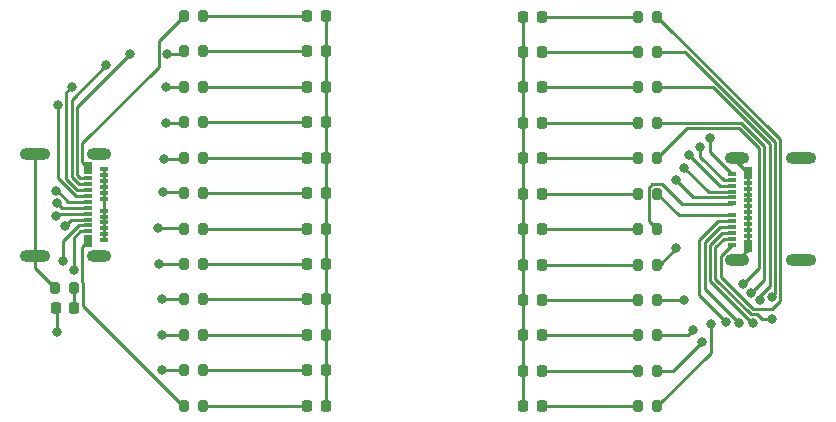
<source format=gbr>
%TF.GenerationSoftware,KiCad,Pcbnew,7.0.10*%
%TF.CreationDate,2024-01-25T20:05:25+00:00*%
%TF.ProjectId,USB-tester,5553422d-7465-4737-9465-722e6b696361,rev?*%
%TF.SameCoordinates,Original*%
%TF.FileFunction,Copper,L1,Top*%
%TF.FilePolarity,Positive*%
%FSLAX46Y46*%
G04 Gerber Fmt 4.6, Leading zero omitted, Abs format (unit mm)*
G04 Created by KiCad (PCBNEW 7.0.10) date 2024-01-25 20:05:25*
%MOMM*%
%LPD*%
G01*
G04 APERTURE LIST*
G04 Aperture macros list*
%AMRoundRect*
0 Rectangle with rounded corners*
0 $1 Rounding radius*
0 $2 $3 $4 $5 $6 $7 $8 $9 X,Y pos of 4 corners*
0 Add a 4 corners polygon primitive as box body*
4,1,4,$2,$3,$4,$5,$6,$7,$8,$9,$2,$3,0*
0 Add four circle primitives for the rounded corners*
1,1,$1+$1,$2,$3*
1,1,$1+$1,$4,$5*
1,1,$1+$1,$6,$7*
1,1,$1+$1,$8,$9*
0 Add four rect primitives between the rounded corners*
20,1,$1+$1,$2,$3,$4,$5,0*
20,1,$1+$1,$4,$5,$6,$7,0*
20,1,$1+$1,$6,$7,$8,$9,0*
20,1,$1+$1,$8,$9,$2,$3,0*%
G04 Aperture macros list end*
%TA.AperFunction,SMDPad,CuDef*%
%ADD10RoundRect,0.200000X0.200000X0.275000X-0.200000X0.275000X-0.200000X-0.275000X0.200000X-0.275000X0*%
%TD*%
%TA.AperFunction,SMDPad,CuDef*%
%ADD11RoundRect,0.218750X0.218750X0.256250X-0.218750X0.256250X-0.218750X-0.256250X0.218750X-0.256250X0*%
%TD*%
%TA.AperFunction,SMDPad,CuDef*%
%ADD12RoundRect,0.200000X-0.200000X-0.275000X0.200000X-0.275000X0.200000X0.275000X-0.200000X0.275000X0*%
%TD*%
%TA.AperFunction,SMDPad,CuDef*%
%ADD13RoundRect,0.218750X-0.218750X-0.256250X0.218750X-0.256250X0.218750X0.256250X-0.218750X0.256250X0*%
%TD*%
%TA.AperFunction,ComponentPad*%
%ADD14O,2.100000X1.000000*%
%TD*%
%TA.AperFunction,ComponentPad*%
%ADD15O,2.600000X1.000000*%
%TD*%
%TA.AperFunction,SMDPad,CuDef*%
%ADD16R,0.800000X0.300000*%
%TD*%
%TA.AperFunction,SMDPad,CuDef*%
%ADD17R,0.700000X1.000000*%
%TD*%
%TA.AperFunction,SMDPad,CuDef*%
%ADD18R,0.700000X0.300000*%
%TD*%
%TA.AperFunction,ViaPad*%
%ADD19C,0.800000*%
%TD*%
%TA.AperFunction,Conductor*%
%ADD20C,0.250000*%
%TD*%
G04 APERTURE END LIST*
D10*
%TO.P,R9,1*%
%TO.N,Net-(B9-A)*%
X148373600Y-94107800D03*
%TO.P,R9,2*%
%TO.N,B9_A*%
X146723600Y-94107800D03*
%TD*%
D11*
%TO.P,B2,2,A*%
%TO.N,Net-(B2-A)*%
X157174900Y-115110000D03*
%TO.P,B2,1,K*%
%TO.N,Net-(A1-K)*%
X158749900Y-115110000D03*
%TD*%
D10*
%TO.P,R6,1*%
%TO.N,Net-(B6-A)*%
X148373600Y-103107800D03*
%TO.P,R6,2*%
%TO.N,B6_A*%
X146723600Y-103107800D03*
%TD*%
D11*
%TO.P,B8,2,A*%
%TO.N,Net-(B8-A)*%
X157174900Y-97110000D03*
%TO.P,B8,1,K*%
%TO.N,Net-(A1-K)*%
X158749900Y-97110000D03*
%TD*%
D12*
%TO.P,R19,1*%
%TO.N,Net-(A7-A)*%
X185153800Y-103158900D03*
%TO.P,R19,2*%
%TO.N,A7_B*%
X186803800Y-103158900D03*
%TD*%
D13*
%TO.P,A4,1,K*%
%TO.N,Net-(A1-K)*%
X175463000Y-94161200D03*
%TO.P,A4,2,A*%
%TO.N,Net-(A4-A)*%
X177038000Y-94161200D03*
%TD*%
D10*
%TO.P,R3,1*%
%TO.N,Net-(B3-A)*%
X148373500Y-112107800D03*
%TO.P,R3,2*%
%TO.N,B3_A*%
X146723500Y-112107800D03*
%TD*%
%TO.P,R7,1*%
%TO.N,Net-(B7-A)*%
X148373600Y-100107800D03*
%TO.P,R7,2*%
%TO.N,B7_A*%
X146723600Y-100107800D03*
%TD*%
D13*
%TO.P,A10,2,A*%
%TO.N,Net-(A10-A)*%
X177038100Y-112161200D03*
%TO.P,A10,1,K*%
%TO.N,Net-(A1-K)*%
X175463100Y-112161200D03*
%TD*%
%TO.P,A9,1,K*%
%TO.N,Net-(A1-K)*%
X175463000Y-109161200D03*
%TO.P,A9,2,A*%
%TO.N,Net-(A9-A)*%
X177038000Y-109161200D03*
%TD*%
D14*
%TO.P,USBC1,0,0*%
%TO.N,SHELL_A*%
X139497900Y-96772000D03*
D15*
X134137900Y-96772000D03*
D14*
X139497900Y-105412000D03*
D15*
X134137900Y-105412000D03*
D16*
%TO.P,USBC1,A1,GND*%
%TO.N,A10_A*%
X139957900Y-98092000D03*
%TO.P,USBC1,A2,TX1+*%
X139957900Y-98592000D03*
%TO.P,USBC1,A3,TX1-*%
X139957900Y-99092000D03*
%TO.P,USBC1,A4,VBUS*%
X139957900Y-99592000D03*
%TO.P,USBC1,A5,CC1*%
X139957900Y-100092000D03*
%TO.P,USBC1,A6,D+*%
X139957900Y-100592000D03*
%TO.P,USBC1,A7,D-*%
X139957900Y-101592000D03*
%TO.P,USBC1,A8,SBU1*%
X139957900Y-102092000D03*
%TO.P,USBC1,A9,VBUS*%
X139957900Y-102592000D03*
%TO.P,USBC1,A10,RX2-*%
X139957900Y-103092000D03*
%TO.P,USBC1,A11,RX2+*%
X139957900Y-103592000D03*
%TO.P,USBC1,A12,GND*%
X139957900Y-104092000D03*
D17*
%TO.P,USBC1,B1,GND*%
%TO.N,B1_A*%
X138607900Y-104192000D03*
D18*
%TO.P,USBC1,B2,TX2+*%
%TO.N,B2_A*%
X138607900Y-103342000D03*
%TO.P,USBC1,B3,TX2-*%
%TO.N,B3_A*%
X138607900Y-102842000D03*
%TO.P,USBC1,B4,VBUS*%
%TO.N,B4_A*%
X138607900Y-102342000D03*
%TO.P,USBC1,B5,CC2*%
%TO.N,B5_A*%
X138607900Y-101842000D03*
%TO.P,USBC1,B6,D+*%
%TO.N,B6_A*%
X138607900Y-101342000D03*
%TO.P,USBC1,B7,D-*%
%TO.N,B7_A*%
X138607900Y-100842000D03*
%TO.P,USBC1,B8,SBU2*%
%TO.N,B8_A*%
X138607900Y-100342000D03*
%TO.P,USBC1,B9,VBUS*%
%TO.N,B9_A*%
X138607900Y-99842000D03*
%TO.P,USBC1,B10,RX1-*%
%TO.N,B10_A*%
X138607900Y-99342000D03*
%TO.P,USBC1,B11,RX1+*%
%TO.N,B11_A*%
X138607900Y-98842000D03*
D17*
%TO.P,USBC1,B12,GND*%
%TO.N,B12_A*%
X138607900Y-97992000D03*
%TD*%
D10*
%TO.P,R11,1*%
%TO.N,Net-(B11-A)*%
X148373600Y-88107800D03*
%TO.P,R11,2*%
%TO.N,B11_A*%
X146723600Y-88107800D03*
%TD*%
D11*
%TO.P,B12,2,A*%
%TO.N,Net-(B12-A)*%
X157175000Y-85110000D03*
%TO.P,B12,1,K*%
%TO.N,Net-(A1-K)*%
X158750000Y-85110000D03*
%TD*%
D13*
%TO.P,A2,1,K*%
%TO.N,Net-(A1-K)*%
X175463100Y-88161200D03*
%TO.P,A2,2,A*%
%TO.N,Net-(A2-A)*%
X177038100Y-88161200D03*
%TD*%
D12*
%TO.P,R15,1*%
%TO.N,Net-(A3-A)*%
X185153900Y-91158900D03*
%TO.P,R15,2*%
%TO.N,A3_B*%
X186803900Y-91158900D03*
%TD*%
D11*
%TO.P,B1,2,A*%
%TO.N,Net-(B1-A)*%
X157175000Y-118110000D03*
%TO.P,B1,1,K*%
%TO.N,Net-(A1-K)*%
X158750000Y-118110000D03*
%TD*%
D10*
%TO.P,R10,1*%
%TO.N,Net-(B10-A)*%
X148373600Y-91107800D03*
%TO.P,R10,2*%
%TO.N,B10_A*%
X146723600Y-91107800D03*
%TD*%
D12*
%TO.P,R24,1*%
%TO.N,Net-(A12-A)*%
X185153800Y-118158900D03*
%TO.P,R24,2*%
%TO.N,A12_B*%
X186803800Y-118158900D03*
%TD*%
D13*
%TO.P,A3,1,K*%
%TO.N,Net-(A1-K)*%
X175463000Y-91161200D03*
%TO.P,A3,2,A*%
%TO.N,Net-(A3-A)*%
X177038000Y-91161200D03*
%TD*%
D11*
%TO.P,B6,2,A*%
%TO.N,Net-(B6-A)*%
X157175000Y-103110000D03*
%TO.P,B6,1,K*%
%TO.N,Net-(A1-K)*%
X158750000Y-103110000D03*
%TD*%
D10*
%TO.P,R2,1*%
%TO.N,Net-(B2-A)*%
X148373600Y-115107800D03*
%TO.P,R2,2*%
%TO.N,B2_A*%
X146723600Y-115107800D03*
%TD*%
D12*
%TO.P,R13,1*%
%TO.N,Net-(A1-A)*%
X185153800Y-85158900D03*
%TO.P,R13,2*%
%TO.N,A1_B*%
X186803800Y-85158900D03*
%TD*%
%TO.P,R14,1*%
%TO.N,Net-(A2-A)*%
X185153800Y-88158900D03*
%TO.P,R14,2*%
%TO.N,A2_B*%
X186803800Y-88158900D03*
%TD*%
D10*
%TO.P,R8,1*%
%TO.N,Net-(B8-A)*%
X148373600Y-97107800D03*
%TO.P,R8,2*%
%TO.N,B8_A*%
X146723600Y-97107800D03*
%TD*%
D11*
%TO.P,B5,2,A*%
%TO.N,Net-(B5-A)*%
X157175000Y-106110000D03*
%TO.P,B5,1,K*%
%TO.N,Net-(A1-K)*%
X158750000Y-106110000D03*
%TD*%
D10*
%TO.P,R25,2*%
%TO.N,SHELL_A*%
X135801500Y-108153200D03*
%TO.P,R25,1*%
%TO.N,Net-(D25-A)*%
X137451500Y-108153200D03*
%TD*%
D13*
%TO.P,A1,2,A*%
%TO.N,Net-(A1-A)*%
X177038100Y-85161200D03*
%TO.P,A1,1,K*%
%TO.N,Net-(A1-K)*%
X175463100Y-85161200D03*
%TD*%
D12*
%TO.P,R21,1*%
%TO.N,Net-(A9-A)*%
X185153900Y-109158900D03*
%TO.P,R21,2*%
%TO.N,A9_B*%
X186803900Y-109158900D03*
%TD*%
D13*
%TO.P,A7,1,K*%
%TO.N,Net-(A1-K)*%
X175463000Y-103161200D03*
%TO.P,A7,2,A*%
%TO.N,Net-(A7-A)*%
X177038000Y-103161200D03*
%TD*%
D12*
%TO.P,R16,1*%
%TO.N,Net-(A4-A)*%
X185153900Y-94158900D03*
%TO.P,R16,2*%
%TO.N,A4_B*%
X186803900Y-94158900D03*
%TD*%
%TO.P,R17,1*%
%TO.N,Net-(A5-A)*%
X185153900Y-97158900D03*
%TO.P,R17,2*%
%TO.N,A5_B*%
X186803900Y-97158900D03*
%TD*%
D11*
%TO.P,B10,2,A*%
%TO.N,Net-(B10-A)*%
X157175000Y-91110000D03*
%TO.P,B10,1,K*%
%TO.N,Net-(A1-K)*%
X158750000Y-91110000D03*
%TD*%
%TO.P,B9,2,A*%
%TO.N,Net-(B9-A)*%
X157175000Y-94110000D03*
%TO.P,B9,1,K*%
%TO.N,Net-(A1-K)*%
X158750000Y-94110000D03*
%TD*%
D10*
%TO.P,R4,1*%
%TO.N,Net-(B4-A)*%
X148373600Y-109107800D03*
%TO.P,R4,2*%
%TO.N,B4_A*%
X146723600Y-109107800D03*
%TD*%
D13*
%TO.P,A11,1,K*%
%TO.N,Net-(A1-K)*%
X175463000Y-115161200D03*
%TO.P,A11,2,A*%
%TO.N,Net-(A11-A)*%
X177038000Y-115161200D03*
%TD*%
D14*
%TO.P,USBC2,0,0*%
%TO.N,A10_A*%
X193572400Y-105798400D03*
D15*
X198932400Y-105798400D03*
D14*
X193572400Y-97158400D03*
D15*
X198932400Y-97158400D03*
D16*
%TO.P,USBC2,A1,GND*%
%TO.N,A1_B*%
X193112400Y-104478400D03*
%TO.P,USBC2,A2,TX1+*%
%TO.N,A2_B*%
X193112400Y-103978400D03*
%TO.P,USBC2,A3,TX1-*%
%TO.N,A3_B*%
X193112400Y-103478400D03*
%TO.P,USBC2,A4,VBUS*%
%TO.N,A4_B*%
X193112400Y-102978400D03*
%TO.P,USBC2,A5,CC1*%
%TO.N,A5_B*%
X193112400Y-102478400D03*
%TO.P,USBC2,A6,D+*%
%TO.N,A6_B*%
X193112400Y-101978400D03*
%TO.P,USBC2,A7,D-*%
%TO.N,A7_B*%
X193112400Y-100978400D03*
%TO.P,USBC2,A8,SBU1*%
%TO.N,A8_B*%
X193112400Y-100478400D03*
%TO.P,USBC2,A9,VBUS*%
%TO.N,A9_B*%
X193112400Y-99978400D03*
%TO.P,USBC2,A10,RX2-*%
%TO.N,A10_B*%
X193112400Y-99478400D03*
%TO.P,USBC2,A11,RX2+*%
%TO.N,A11_B*%
X193112400Y-98978400D03*
%TO.P,USBC2,A12,GND*%
%TO.N,A12_B*%
X193112400Y-98478400D03*
D17*
%TO.P,USBC2,B1,GND*%
%TO.N,A10_A*%
X194462400Y-98378400D03*
D18*
%TO.P,USBC2,B2,TX2+*%
X194462400Y-99228400D03*
%TO.P,USBC2,B3,TX2-*%
X194462400Y-99728400D03*
%TO.P,USBC2,B4,VBUS*%
X194462400Y-100228400D03*
%TO.P,USBC2,B5,CC2*%
X194462400Y-100728400D03*
%TO.P,USBC2,B6,D+*%
X194462400Y-101228400D03*
%TO.P,USBC2,B7,D-*%
X194462400Y-101728400D03*
%TO.P,USBC2,B8,SBU2*%
X194462400Y-102228400D03*
%TO.P,USBC2,B9,VBUS*%
X194462400Y-102728400D03*
%TO.P,USBC2,B10,RX1-*%
X194462400Y-103228400D03*
%TO.P,USBC2,B11,RX1+*%
X194462400Y-103728400D03*
D17*
%TO.P,USBC2,B12,GND*%
X194462400Y-104578400D03*
%TD*%
D12*
%TO.P,R18,1*%
%TO.N,Net-(A6-A)*%
X185153900Y-100158900D03*
%TO.P,R18,2*%
%TO.N,A6_B*%
X186803900Y-100158900D03*
%TD*%
D13*
%TO.P,A6,1,K*%
%TO.N,Net-(A1-K)*%
X175463000Y-100161200D03*
%TO.P,A6,2,A*%
%TO.N,Net-(A6-A)*%
X177038000Y-100161200D03*
%TD*%
%TO.P,A12,1,K*%
%TO.N,Net-(A1-K)*%
X175463100Y-118161200D03*
%TO.P,A12,2,A*%
%TO.N,Net-(A12-A)*%
X177038100Y-118161200D03*
%TD*%
D10*
%TO.P,R12,1*%
%TO.N,Net-(B12-A)*%
X148373600Y-85107800D03*
%TO.P,R12,2*%
%TO.N,B12_A*%
X146723600Y-85107800D03*
%TD*%
D12*
%TO.P,R20,1*%
%TO.N,Net-(A8-A)*%
X185153900Y-106158900D03*
%TO.P,R20,2*%
%TO.N,A8_B*%
X186803900Y-106158900D03*
%TD*%
D11*
%TO.P,B11,2,A*%
%TO.N,Net-(B11-A)*%
X157175000Y-88110000D03*
%TO.P,B11,1,K*%
%TO.N,Net-(A1-K)*%
X158750000Y-88110000D03*
%TD*%
%TO.P,B3,2,A*%
%TO.N,Net-(B3-A)*%
X157175000Y-112110000D03*
%TO.P,B3,1,K*%
%TO.N,Net-(A1-K)*%
X158750000Y-112110000D03*
%TD*%
D13*
%TO.P,A5,1,K*%
%TO.N,Net-(A1-K)*%
X175463000Y-97161200D03*
%TO.P,A5,2,A*%
%TO.N,Net-(A5-A)*%
X177038000Y-97161200D03*
%TD*%
%TO.P,A8,1,K*%
%TO.N,Net-(A1-K)*%
X175463000Y-106161200D03*
%TO.P,A8,2,A*%
%TO.N,Net-(A8-A)*%
X177038000Y-106161200D03*
%TD*%
D10*
%TO.P,R1,1*%
%TO.N,Net-(B1-A)*%
X148373600Y-118107700D03*
%TO.P,R1,2*%
%TO.N,B1_A*%
X146723600Y-118107700D03*
%TD*%
D11*
%TO.P,B4,2,A*%
%TO.N,Net-(B4-A)*%
X157175000Y-109110000D03*
%TO.P,B4,1,K*%
%TO.N,Net-(A1-K)*%
X158750000Y-109110000D03*
%TD*%
D12*
%TO.P,R23,1*%
%TO.N,Net-(A11-A)*%
X185153800Y-115158900D03*
%TO.P,R23,2*%
%TO.N,A11_B*%
X186803800Y-115158900D03*
%TD*%
%TO.P,R22,1*%
%TO.N,Net-(A10-A)*%
X185153900Y-112158900D03*
%TO.P,R22,2*%
%TO.N,A10_B*%
X186803900Y-112158900D03*
%TD*%
D11*
%TO.P,B7,2,A*%
%TO.N,Net-(B7-A)*%
X157175000Y-100110000D03*
%TO.P,B7,1,K*%
%TO.N,Net-(A1-K)*%
X158750000Y-100110000D03*
%TD*%
D13*
%TO.P,D25,2,A*%
%TO.N,Net-(D25-A)*%
X137439400Y-109855000D03*
%TO.P,D25,1,K*%
%TO.N,Net-(A1-K)*%
X135864400Y-109855000D03*
%TD*%
D10*
%TO.P,R5,1*%
%TO.N,Net-(B5-A)*%
X148373500Y-106107800D03*
%TO.P,R5,2*%
%TO.N,B5_A*%
X146723500Y-106107800D03*
%TD*%
D19*
%TO.N,Net-(A1-K)*%
X135940800Y-111861600D03*
%TO.N,B7_A*%
X144932400Y-99974400D03*
X135889571Y-99970216D03*
%TO.N,B6_A*%
X144551400Y-103073200D03*
X135991600Y-100965000D03*
%TO.N,B5_A*%
X144602200Y-106121200D03*
X135915400Y-102006400D03*
%TO.N,B4_A*%
X136652000Y-102895400D03*
X144881600Y-109042200D03*
%TO.N,B3_A*%
X144830800Y-112115600D03*
X136525000Y-105841800D03*
%TO.N,B2_A*%
X144856200Y-115062000D03*
X137388600Y-106629200D03*
%TO.N,B8_A*%
X145059400Y-97205800D03*
X136047900Y-92608400D03*
%TO.N,B9_A*%
X145211800Y-94132400D03*
X137210800Y-91135200D03*
%TO.N,B10_A*%
X145186400Y-91135200D03*
X140127147Y-89301747D03*
%TO.N,B11_A*%
X145313400Y-88315800D03*
X142138400Y-88315800D03*
%TO.N,A8_B*%
X188378000Y-99009200D03*
X188378000Y-104775000D03*
%TO.N,A9_B*%
X189103000Y-97942400D03*
X189103000Y-109143800D03*
%TO.N,A10_B*%
X189509400Y-96901000D03*
X189837400Y-111683800D03*
%TO.N,A11_B*%
X190449200Y-96215200D03*
X190576200Y-112725200D03*
%TO.N,A12_B*%
X191287400Y-95478600D03*
X191312800Y-111175800D03*
%TO.N,A5_B*%
X192628947Y-111028053D03*
X194056000Y-107797600D03*
%TO.N,A4_B*%
X193751200Y-111125000D03*
X194719256Y-108582689D03*
%TO.N,A3_B*%
X195529200Y-109169200D03*
X194945000Y-111099600D03*
%TO.N,A2_B*%
X196480600Y-110783200D03*
X196480600Y-108864400D03*
%TD*%
D20*
%TO.N,Net-(A1-K)*%
X135940800Y-111861600D02*
X135940800Y-109931400D01*
X135940800Y-109931400D02*
X135864400Y-109855000D01*
%TO.N,B1_A*%
X138607900Y-104192000D02*
X138122900Y-104677000D01*
X138122900Y-107601596D02*
X138201900Y-107680596D01*
X138122900Y-104677000D02*
X138122900Y-107601596D01*
X138201900Y-107680596D02*
X138201900Y-109626900D01*
X138201900Y-109626900D02*
X146682700Y-118107700D01*
X146682700Y-118107700D02*
X146723600Y-118107700D01*
%TO.N,A10_A*%
X139957900Y-98092000D02*
X139957900Y-104092000D01*
%TO.N,SHELL_A*%
X134137900Y-96772000D02*
X134137900Y-105412000D01*
X134137900Y-105412000D02*
X134137900Y-106489600D01*
X134137900Y-106489600D02*
X135801500Y-108153200D01*
%TO.N,B7_A*%
X138607900Y-100842000D02*
X136893905Y-100842000D01*
X136022121Y-99970216D02*
X135889571Y-99970216D01*
X136893905Y-100842000D02*
X136022121Y-99970216D01*
X144932400Y-99974400D02*
X146590200Y-99974400D01*
X146590200Y-99974400D02*
X146723600Y-100107800D01*
%TO.N,B6_A*%
X138607900Y-101342000D02*
X136368600Y-101342000D01*
X136368600Y-101342000D02*
X135991600Y-100965000D01*
X144551400Y-103073200D02*
X146689000Y-103073200D01*
X146689000Y-103073200D02*
X146723600Y-103107800D01*
%TO.N,B5_A*%
X144602200Y-106121200D02*
X146710100Y-106121200D01*
X136079800Y-101842000D02*
X135915400Y-102006400D01*
X138607900Y-101842000D02*
X136079800Y-101842000D01*
X146710100Y-106121200D02*
X146723500Y-106107800D01*
%TO.N,B4_A*%
X144881600Y-109042200D02*
X146658000Y-109042200D01*
X146658000Y-109042200D02*
X146723600Y-109107800D01*
X138607900Y-102342000D02*
X137205400Y-102342000D01*
X137205400Y-102342000D02*
X136652000Y-102895400D01*
%TO.N,B3_A*%
X144830800Y-112115600D02*
X146715700Y-112115600D01*
X146715700Y-112115600D02*
X146723500Y-112107800D01*
X136525000Y-105841800D02*
X136525000Y-104138504D01*
X136525000Y-104138504D02*
X137821504Y-102842000D01*
X137821504Y-102842000D02*
X138607900Y-102842000D01*
%TO.N,B2_A*%
X138607900Y-103342000D02*
X137957900Y-103342000D01*
X137957900Y-103342000D02*
X137388600Y-103911300D01*
X144856200Y-115062000D02*
X146677800Y-115062000D01*
X137388600Y-103911300D02*
X137388600Y-106629200D01*
X146677800Y-115062000D02*
X146723600Y-115107800D01*
%TO.N,Net-(D25-A)*%
X137451500Y-108153200D02*
X137451500Y-109842900D01*
X137451500Y-109842900D02*
X137439400Y-109855000D01*
%TO.N,B8_A*%
X136047900Y-98841188D02*
X136047900Y-92608400D01*
X146625600Y-97205800D02*
X146723600Y-97107800D01*
X138607900Y-100342000D02*
X137548712Y-100342000D01*
X137548712Y-100342000D02*
X136047900Y-98841188D01*
X145059400Y-97205800D02*
X146625600Y-97205800D01*
%TO.N,B9_A*%
X138607900Y-99842000D02*
X137685108Y-99842000D01*
X136772900Y-98929792D02*
X136772900Y-91573100D01*
X137685108Y-99842000D02*
X136772900Y-98929792D01*
X136772900Y-91573100D02*
X137210800Y-91135200D01*
X145211800Y-94132400D02*
X146699000Y-94132400D01*
X146699000Y-94132400D02*
X146723600Y-94107800D01*
%TO.N,B10_A*%
X137222900Y-98743396D02*
X137222900Y-92205994D01*
X137222900Y-92205994D02*
X140127147Y-89301747D01*
X138607900Y-99342000D02*
X137821504Y-99342000D01*
X137821504Y-99342000D02*
X137222900Y-98743396D01*
X146696200Y-91135200D02*
X146723600Y-91107800D01*
X145186400Y-91135200D02*
X146696200Y-91135200D01*
%TO.N,B12_A*%
X138607900Y-97992000D02*
X138122900Y-97507000D01*
X138122900Y-97507000D02*
X138122900Y-95887300D01*
X138122900Y-95887300D02*
X144588400Y-89421800D01*
X144588400Y-87243000D02*
X146723600Y-85107800D01*
X144588400Y-89421800D02*
X144588400Y-87243000D01*
%TO.N,B11_A*%
X145313400Y-88315800D02*
X146515600Y-88315800D01*
X138607900Y-98842000D02*
X137957900Y-98842000D01*
X137957900Y-98842000D02*
X137672900Y-98557000D01*
X137672900Y-98557000D02*
X137672900Y-92781300D01*
X137672900Y-92781300D02*
X142138400Y-88315800D01*
X146515600Y-88315800D02*
X146723600Y-88107800D01*
%TO.N,A10_A*%
X194462400Y-104578400D02*
X194462400Y-104908400D01*
X194462400Y-104908400D02*
X193572400Y-105798400D01*
X194462400Y-98378400D02*
X194462400Y-104578400D01*
X193572400Y-97158400D02*
X193572400Y-97488400D01*
X193572400Y-97488400D02*
X194462400Y-98378400D01*
%TO.N,A8_B*%
X188378000Y-99009200D02*
X189847200Y-100478400D01*
X186803900Y-106158900D02*
X186994100Y-106158900D01*
X186994100Y-106158900D02*
X188378000Y-104775000D01*
X189847200Y-100478400D02*
X193112400Y-100478400D01*
%TO.N,A9_B*%
X186803900Y-109158900D02*
X189087900Y-109158900D01*
X189087900Y-109158900D02*
X189103000Y-109143800D01*
X191139000Y-99978400D02*
X193112400Y-99978400D01*
X189103000Y-97942400D02*
X191139000Y-99978400D01*
%TO.N,A10_B*%
X192086800Y-99478400D02*
X193112400Y-99478400D01*
X186803900Y-112158900D02*
X189362300Y-112158900D01*
X189362300Y-112158900D02*
X189837400Y-111683800D01*
X189509400Y-96901000D02*
X192086800Y-99478400D01*
%TO.N,A11_B*%
X192412400Y-98978400D02*
X193112400Y-98978400D01*
X188142500Y-115158900D02*
X190576200Y-112725200D01*
X190449200Y-96215200D02*
X190449200Y-97015200D01*
X186803800Y-115158900D02*
X188142500Y-115158900D01*
X190449200Y-97015200D02*
X192412400Y-98978400D01*
%TO.N,A12_B*%
X191312800Y-113649900D02*
X191312800Y-111175800D01*
X186803800Y-118158900D02*
X191312800Y-113649900D01*
X191287400Y-95478600D02*
X191287400Y-96653400D01*
X191287400Y-96653400D02*
X193112400Y-98478400D01*
%TO.N,A7_B*%
X186803800Y-103158900D02*
X186078900Y-102434000D01*
X186078900Y-102434000D02*
X186078900Y-99660896D01*
X186078900Y-99660896D02*
X186380896Y-99358900D01*
X186380896Y-99358900D02*
X187226904Y-99358900D01*
X187226904Y-99358900D02*
X188909204Y-101041200D01*
X193049600Y-101041200D02*
X193112400Y-100978400D01*
X188909204Y-101041200D02*
X193049600Y-101041200D01*
%TO.N,A6_B*%
X186803900Y-100158900D02*
X188623400Y-101978400D01*
X188623400Y-101978400D02*
X193112400Y-101978400D01*
%TO.N,A5_B*%
X186803900Y-97158900D02*
X189353900Y-94608900D01*
X189353900Y-94608900D02*
X193708216Y-94608900D01*
X193708216Y-94608900D02*
X195405600Y-96306284D01*
X195405600Y-96306284D02*
X195405600Y-106448000D01*
X195405600Y-106448000D02*
X194056000Y-107797600D01*
X192628947Y-111028053D02*
X190376400Y-108775506D01*
X190376400Y-104084404D02*
X191982404Y-102478400D01*
X190376400Y-108775506D02*
X190376400Y-104084404D01*
X191982404Y-102478400D02*
X193112400Y-102478400D01*
%TO.N,A4_B*%
X186803900Y-94158900D02*
X193894612Y-94158900D01*
X193894612Y-94158900D02*
X195855600Y-96119888D01*
X195855600Y-107446345D02*
X194719256Y-108582689D01*
X195855600Y-96119888D02*
X195855600Y-107446345D01*
X193751200Y-111125000D02*
X190826400Y-108200200D01*
X190826400Y-108200200D02*
X190826400Y-104270800D01*
X190826400Y-104270800D02*
X192118800Y-102978400D01*
X192118800Y-102978400D02*
X193112400Y-102978400D01*
%TO.N,A3_B*%
X195529200Y-109169200D02*
X195529200Y-108790495D01*
X196305600Y-95933492D02*
X191531008Y-91158900D01*
X195529200Y-108790495D02*
X196305600Y-108014095D01*
X191531008Y-91158900D02*
X186803900Y-91158900D01*
X196305600Y-108014095D02*
X196305600Y-95933492D01*
%TO.N,A2_B*%
X196480600Y-108864400D02*
X196755600Y-108589400D01*
X196755600Y-108589400D02*
X196755600Y-95747096D01*
X196755600Y-95747096D02*
X189167404Y-88158900D01*
X189167404Y-88158900D02*
X186803800Y-88158900D01*
%TO.N,A1_B*%
X186803800Y-85158900D02*
X197205600Y-95560700D01*
X197205600Y-95560700D02*
X197205600Y-109270800D01*
X197205600Y-109270800D02*
X196551800Y-109924600D01*
X196551800Y-109924600D02*
X194887600Y-109924600D01*
X194887600Y-109924600D02*
X192176400Y-107213400D01*
X192176400Y-107213400D02*
X192176400Y-105414400D01*
X192176400Y-105414400D02*
X193112400Y-104478400D01*
%TO.N,A2_B*%
X192412400Y-103978400D02*
X193112400Y-103978400D01*
X194701204Y-110374600D02*
X191726400Y-107399796D01*
X196480600Y-110783200D02*
X196464505Y-110799295D01*
X196464505Y-110799295D02*
X195670000Y-110799295D01*
X191726400Y-104664400D02*
X192412400Y-103978400D01*
X195670000Y-110799295D02*
X195245305Y-110374600D01*
X195245305Y-110374600D02*
X194701204Y-110374600D01*
X191726400Y-107399796D02*
X191726400Y-104664400D01*
%TO.N,A3_B*%
X191276400Y-104478004D02*
X192276004Y-103478400D01*
X192276004Y-103478400D02*
X193112400Y-103478400D01*
X194945000Y-111099600D02*
X194789808Y-111099600D01*
X194789808Y-111099600D02*
X191276400Y-107586192D01*
X191276400Y-107586192D02*
X191276400Y-104478004D01*
%TO.N,Net-(B1-A)*%
X148373600Y-118107700D02*
X157172700Y-118107700D01*
X157172700Y-118107700D02*
X157175000Y-118110000D01*
%TO.N,Net-(B2-A)*%
X148373600Y-115107800D02*
X157172700Y-115107800D01*
X157172700Y-115107800D02*
X157174900Y-115110000D01*
%TO.N,Net-(B3-A)*%
X148373500Y-112107800D02*
X157172800Y-112107800D01*
X157172800Y-112107800D02*
X157175000Y-112110000D01*
%TO.N,Net-(B4-A)*%
X148373600Y-109107800D02*
X157172800Y-109107800D01*
X157172800Y-109107800D02*
X157175000Y-109110000D01*
%TO.N,Net-(B5-A)*%
X148373500Y-106107800D02*
X157172800Y-106107800D01*
X157172800Y-106107800D02*
X157175000Y-106110000D01*
%TO.N,Net-(B6-A)*%
X148373600Y-103107800D02*
X157172800Y-103107800D01*
X157172800Y-103107800D02*
X157175000Y-103110000D01*
%TO.N,Net-(B7-A)*%
X148373600Y-100107800D02*
X157172800Y-100107800D01*
X157172800Y-100107800D02*
X157175000Y-100110000D01*
%TO.N,Net-(B8-A)*%
X148373600Y-97107800D02*
X157172700Y-97107800D01*
X157172700Y-97107800D02*
X157174900Y-97110000D01*
%TO.N,Net-(B9-A)*%
X148373600Y-94107800D02*
X157172800Y-94107800D01*
X157172800Y-94107800D02*
X157175000Y-94110000D01*
%TO.N,Net-(B10-A)*%
X148373600Y-91107800D02*
X157172800Y-91107800D01*
X157172800Y-91107800D02*
X157175000Y-91110000D01*
%TO.N,Net-(B11-A)*%
X148373600Y-88107800D02*
X157172800Y-88107800D01*
X157172800Y-88107800D02*
X157175000Y-88110000D01*
%TO.N,Net-(B12-A)*%
X148373600Y-85107800D02*
X157172800Y-85107800D01*
X157172800Y-85107800D02*
X157175000Y-85110000D01*
%TO.N,Net-(A1-A)*%
X177038100Y-85161200D02*
X185151500Y-85161200D01*
X185151500Y-85161200D02*
X185153800Y-85158900D01*
%TO.N,Net-(A2-A)*%
X177038100Y-88161200D02*
X185151500Y-88161200D01*
X185151500Y-88161200D02*
X185153800Y-88158900D01*
%TO.N,Net-(A3-A)*%
X177038000Y-91161200D02*
X185151600Y-91161200D01*
X185151600Y-91161200D02*
X185153900Y-91158900D01*
%TO.N,Net-(A4-A)*%
X177038000Y-94161200D02*
X185151600Y-94161200D01*
X185151600Y-94161200D02*
X185153900Y-94158900D01*
%TO.N,Net-(A5-A)*%
X177038000Y-97161200D02*
X185151600Y-97161200D01*
X185151600Y-97161200D02*
X185153900Y-97158900D01*
%TO.N,Net-(A6-A)*%
X177038000Y-100161200D02*
X185151600Y-100161200D01*
X185151600Y-100161200D02*
X185153900Y-100158900D01*
%TO.N,Net-(A7-A)*%
X177038000Y-103161200D02*
X185151500Y-103161200D01*
X185151500Y-103161200D02*
X185153800Y-103158900D01*
%TO.N,Net-(A8-A)*%
X177038000Y-106161200D02*
X185151600Y-106161200D01*
X185151600Y-106161200D02*
X185153900Y-106158900D01*
%TO.N,Net-(A9-A)*%
X177038000Y-109161200D02*
X185151600Y-109161200D01*
X185151600Y-109161200D02*
X185153900Y-109158900D01*
%TO.N,Net-(A10-A)*%
X177038100Y-112161200D02*
X185151600Y-112161200D01*
X185151600Y-112161200D02*
X185153900Y-112158900D01*
%TO.N,Net-(A11-A)*%
X177038000Y-115161200D02*
X185151500Y-115161200D01*
X185151500Y-115161200D02*
X185153800Y-115158900D01*
%TO.N,Net-(A12-A)*%
X177038100Y-118161200D02*
X185151500Y-118161200D01*
X185151500Y-118161200D02*
X185153800Y-118158900D01*
%TO.N,Net-(A1-K)*%
X175463100Y-85161200D02*
X175463100Y-118161200D01*
X158750000Y-85110000D02*
X158750000Y-118110000D01*
%TD*%
M02*

</source>
